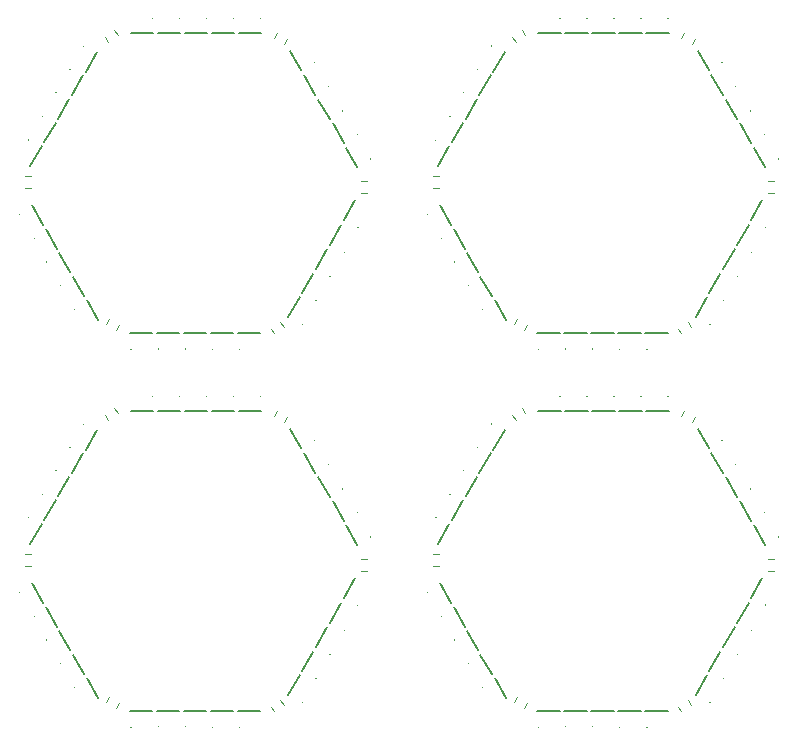
<source format=gbr>
G04 CAM350 V9.5.1 (Build 211) Date:  Sun Feb 09 09:32:50 2025 *
G04 Database: G:\2025-02-01  ºÏÆ´  ºÚÄ¤\2025-02-01-116\1.cam *
G04 Layer 1: GTO *
%FSLAX35Y35*%
%MOIN*%
%SFA1.000B1.000*%

%MIA0B0*%
%IPPOS*%
%ADD53C,0.00300*%
%ADD79C,0.00787*%
%ADD80C,0.00433*%
%LNGTO*%
%LPD*%
G54D53*
X100879Y32143D02*
G01X100776Y32217D01*
X121909Y40565D02*
G01X121794Y40513D01*
X126409Y48465D02*
G01X126294Y48413D01*
X131109Y56565D02*
G01X130994Y56513D01*
X135809Y64565D02*
G01X135694Y64513D01*
X140381Y72923D02*
G01X140266Y72871D01*
X144558Y95664D02*
G01X144545Y95539D01*
X140058Y103764D02*
G01X140045Y103639D01*
X135258Y111664D02*
G01X135246Y111539D01*
X130494Y119798D02*
G01X130481Y119672D01*
X125858Y127864D02*
G01X125846Y127739D01*
X91853Y32143D02*
G01X91751Y32217D01*
X107821Y142516D02*
G01X107924Y142442D01*
X98821Y142516D02*
G01X98924Y142442D01*
X89821Y142516D02*
G01X89924Y142442D01*
X80821Y142516D02*
G01X80924Y142442D01*
X71821Y142516D02*
G01X71924Y142442D01*
X48948Y133220D02*
G01X49063Y133271D01*
X44248Y125520D02*
G01X44363Y125571D01*
X39648Y117620D02*
G01X39763Y117671D01*
X35084Y109807D02*
G01X35199Y109859D01*
X30448Y101919D02*
G01X30563Y101971D01*
X27663Y77087D02*
G01X27676Y77212D01*
X32363Y69087D02*
G01X32375Y69212D01*
X36663Y61187D02*
G01X36676Y61312D01*
X41263Y53287D02*
G01X41275Y53412D01*
X45998Y45420D02*
G01X46011Y45546D01*
X64779Y32143D02*
G01X64676Y32217D01*
X73804Y32243D02*
G01X73701Y32317D01*
X82828Y32243D02*
G01X82726Y32317D01*
G54D79*
X100485Y37261D02*
G01X107965D01*
X117279Y42783D02*
G01X121019Y49261D01*
X121779Y50683D02*
G01X125520Y57161D01*
X126479Y58783D02*
G01X130219Y65261D01*
X131179Y66783D02*
G01X134920Y73261D01*
X135751Y75141D02*
G01X139491Y81619D01*
X136583Y99242D02*
G01X140323Y92764D01*
X132082Y107342D02*
G01X135823Y100864D01*
X127283Y115242D02*
G01X131023Y108764D01*
X122518Y123376D02*
G01X126258Y116898D01*
X117883Y131442D02*
G01X121623Y124964D01*
X91460Y37261D02*
G01X98940D01*
X100735Y137398D02*
G01X108215D01*
X91735D02*
G01X99215D01*
X82735D02*
G01X90215D01*
X73735D02*
G01X81215D01*
X64735D02*
G01X72215D01*
X49837Y124523D02*
G01X53577Y131001D01*
X45137Y116823D02*
G01X48877Y123301D01*
X40537Y108923D02*
G01X44277Y115401D01*
X35973Y101111D02*
G01X39713Y107589D01*
X31337Y93223D02*
G01X35077Y99701D01*
X31898Y79987D02*
G01X35638Y73509D01*
X36598Y71987D02*
G01X40339Y65509D01*
X40898Y64087D02*
G01X44638Y57609D01*
X45498Y56187D02*
G01X49238Y49709D01*
X50234Y48320D02*
G01X53974Y41842D01*
X64385Y37261D02*
G01X71865D01*
X73410Y37361D02*
G01X80890D01*
X82435D02*
G01X89915D01*
G54D80*
X56595Y40484D02*
G01X57579Y42189D01*
X60005Y38516D02*
G01X60989Y40220D01*
X111358Y38883D02*
G01X112487Y37271D01*
X114583Y41142D02*
G01X115712Y39529D01*
X29628Y89669D02*
G01X31597D01*
X29628Y85732D02*
G01X31597D01*
X59312Y138329D02*
G01X60442Y136717D01*
X56087Y136071D02*
G01X57217Y134458D01*
X115920Y133711D02*
G01X116905Y135416D01*
X112511Y135679D02*
G01X113495Y137384D01*
X141431Y84131D02*
G01X143400D01*
X141431Y88068D02*
G01X143400D01*
G54D53*
X236706Y32143D02*
G01X236603Y32217D01*
X257736Y40565D02*
G01X257621Y40513D01*
X262236Y48465D02*
G01X262121Y48413D01*
X266936Y56565D02*
G01X266821Y56513D01*
X271636Y64565D02*
G01X271521Y64513D01*
X276208Y72923D02*
G01X276093Y72871D01*
X280385Y95664D02*
G01X280372Y95539D01*
X275885Y103764D02*
G01X275872Y103639D01*
X271085Y111664D02*
G01X271073Y111539D01*
X266321Y119798D02*
G01X266308Y119672D01*
X261685Y127864D02*
G01X261673Y127739D01*
X227680Y32143D02*
G01X227578Y32217D01*
X243648Y142516D02*
G01X243751Y142442D01*
X234648Y142516D02*
G01X234751Y142442D01*
X225648Y142516D02*
G01X225751Y142442D01*
X216648Y142516D02*
G01X216751Y142442D01*
X207648Y142516D02*
G01X207751Y142442D01*
X184775Y133220D02*
G01X184890Y133271D01*
X180075Y125520D02*
G01X180190Y125571D01*
X175475Y117620D02*
G01X175590Y117671D01*
X170911Y109807D02*
G01X171026Y109859D01*
X166275Y101919D02*
G01X166390Y101971D01*
X163490Y77087D02*
G01X163503Y77212D01*
X168190Y69087D02*
G01X168202Y69212D01*
X172490Y61187D02*
G01X172503Y61312D01*
X177090Y53287D02*
G01X177102Y53412D01*
X181825Y45420D02*
G01X181838Y45546D01*
X200606Y32143D02*
G01X200503Y32217D01*
X209631Y32243D02*
G01X209528Y32317D01*
X218655Y32243D02*
G01X218553Y32317D01*
G54D79*
X236312Y37261D02*
G01X243792D01*
X253106Y42783D02*
G01X256846Y49261D01*
X257606Y50683D02*
G01X261347Y57161D01*
X262306Y58783D02*
G01X266046Y65261D01*
X267006Y66783D02*
G01X270747Y73261D01*
X271578Y75141D02*
G01X275318Y81619D01*
X272410Y99242D02*
G01X276150Y92764D01*
X267909Y107342D02*
G01X271650Y100864D01*
X263110Y115242D02*
G01X266850Y108764D01*
X258345Y123376D02*
G01X262085Y116898D01*
X253710Y131442D02*
G01X257450Y124964D01*
X227287Y37261D02*
G01X234767D01*
X236562Y137398D02*
G01X244042D01*
X227562D02*
G01X235042D01*
X218562D02*
G01X226042D01*
X209562D02*
G01X217042D01*
X200562D02*
G01X208042D01*
X185664Y124523D02*
G01X189404Y131001D01*
X180964Y116823D02*
G01X184704Y123301D01*
X176364Y108923D02*
G01X180104Y115401D01*
X171800Y101111D02*
G01X175540Y107589D01*
X167164Y93223D02*
G01X170904Y99701D01*
X167725Y79987D02*
G01X171465Y73509D01*
X172425Y71987D02*
G01X176166Y65509D01*
X176725Y64087D02*
G01X180465Y57609D01*
X181325Y56187D02*
G01X185065Y49709D01*
X186061Y48320D02*
G01X189801Y41842D01*
X200212Y37261D02*
G01X207692D01*
X209237Y37361D02*
G01X216717D01*
X218262D02*
G01X225742D01*
G54D80*
X192422Y40484D02*
G01X193406Y42189D01*
X195832Y38516D02*
G01X196816Y40220D01*
X247185Y38883D02*
G01X248314Y37271D01*
X250410Y41142D02*
G01X251539Y39529D01*
X165455Y89669D02*
G01X167424D01*
X165455Y85732D02*
G01X167424D01*
X195139Y138329D02*
G01X196269Y136717D01*
X191914Y136071D02*
G01X193044Y134458D01*
X251747Y133711D02*
G01X252732Y135416D01*
X248338Y135679D02*
G01X249322Y137384D01*
X277258Y84131D02*
G01X279227D01*
X277258Y88068D02*
G01X279227D01*
G54D53*
X100879Y158127D02*
G01X100776Y158201D01*
X121909Y166549D02*
G01X121794Y166497D01*
X126409Y174449D02*
G01X126294Y174397D01*
X131109Y182549D02*
G01X130994Y182497D01*
X135809Y190549D02*
G01X135694Y190497D01*
X140381Y198907D02*
G01X140266Y198855D01*
X144558Y221648D02*
G01X144545Y221523D01*
X140058Y229748D02*
G01X140045Y229623D01*
X135258Y237648D02*
G01X135246Y237523D01*
X130494Y245782D02*
G01X130481Y245656D01*
X125858Y253848D02*
G01X125846Y253723D01*
X91853Y158127D02*
G01X91751Y158201D01*
X107821Y268500D02*
G01X107924Y268426D01*
X98821Y268500D02*
G01X98924Y268426D01*
X89821Y268500D02*
G01X89924Y268426D01*
X80821Y268500D02*
G01X80924Y268426D01*
X71821Y268500D02*
G01X71924Y268426D01*
X48948Y259204D02*
G01X49063Y259255D01*
X44248Y251504D02*
G01X44363Y251555D01*
X39648Y243604D02*
G01X39763Y243655D01*
X35084Y235791D02*
G01X35199Y235843D01*
X30448Y227903D02*
G01X30563Y227955D01*
X27663Y203071D02*
G01X27676Y203196D01*
X32363Y195071D02*
G01X32375Y195196D01*
X36663Y187171D02*
G01X36676Y187296D01*
X41263Y179271D02*
G01X41275Y179396D01*
X45998Y171404D02*
G01X46011Y171530D01*
X64779Y158127D02*
G01X64676Y158201D01*
X73804Y158227D02*
G01X73701Y158301D01*
X82828Y158227D02*
G01X82726Y158301D01*
G54D79*
X100485Y163245D02*
G01X107965D01*
X117279Y168767D02*
G01X121019Y175245D01*
X121779Y176667D02*
G01X125520Y183145D01*
X126479Y184767D02*
G01X130219Y191245D01*
X131179Y192767D02*
G01X134920Y199245D01*
X135751Y201125D02*
G01X139491Y207603D01*
X136583Y225226D02*
G01X140323Y218748D01*
X132082Y233326D02*
G01X135823Y226848D01*
X127283Y241226D02*
G01X131023Y234748D01*
X122518Y249360D02*
G01X126258Y242882D01*
X117883Y257426D02*
G01X121623Y250948D01*
X91460Y163245D02*
G01X98940D01*
X100735Y263382D02*
G01X108215D01*
X91735D02*
G01X99215D01*
X82735D02*
G01X90215D01*
X73735D02*
G01X81215D01*
X64735D02*
G01X72215D01*
X49837Y250507D02*
G01X53577Y256985D01*
X45137Y242807D02*
G01X48877Y249285D01*
X40537Y234907D02*
G01X44277Y241385D01*
X35973Y227095D02*
G01X39713Y233573D01*
X31337Y219207D02*
G01X35077Y225685D01*
X31898Y205971D02*
G01X35638Y199493D01*
X36598Y197971D02*
G01X40339Y191493D01*
X40898Y190071D02*
G01X44638Y183593D01*
X45498Y182171D02*
G01X49238Y175693D01*
X50234Y174304D02*
G01X53974Y167826D01*
X64385Y163245D02*
G01X71865D01*
X73410Y163345D02*
G01X80890D01*
X82435D02*
G01X89915D01*
G54D80*
X56595Y166468D02*
G01X57579Y168173D01*
X60005Y164500D02*
G01X60989Y166204D01*
X111358Y164867D02*
G01X112487Y163255D01*
X114583Y167126D02*
G01X115712Y165513D01*
X29628Y215653D02*
G01X31597D01*
X29628Y211716D02*
G01X31597D01*
X59312Y264313D02*
G01X60442Y262701D01*
X56087Y262055D02*
G01X57217Y260442D01*
X115920Y259695D02*
G01X116905Y261400D01*
X112511Y261663D02*
G01X113495Y263368D01*
X141431Y210115D02*
G01X143400D01*
X141431Y214052D02*
G01X143400D01*
G54D53*
X236706Y158127D02*
G01X236603Y158201D01*
X257736Y166549D02*
G01X257621Y166497D01*
X262236Y174449D02*
G01X262121Y174397D01*
X266936Y182549D02*
G01X266821Y182497D01*
X271636Y190549D02*
G01X271521Y190497D01*
X276208Y198907D02*
G01X276093Y198855D01*
X280385Y221648D02*
G01X280372Y221523D01*
X275885Y229748D02*
G01X275872Y229623D01*
X271085Y237648D02*
G01X271073Y237523D01*
X266321Y245782D02*
G01X266308Y245656D01*
X261685Y253848D02*
G01X261673Y253723D01*
X227680Y158127D02*
G01X227578Y158201D01*
X243648Y268500D02*
G01X243751Y268426D01*
X234648Y268500D02*
G01X234751Y268426D01*
X225648Y268500D02*
G01X225751Y268426D01*
X216648Y268500D02*
G01X216751Y268426D01*
X207648Y268500D02*
G01X207751Y268426D01*
X184775Y259204D02*
G01X184890Y259255D01*
X180075Y251504D02*
G01X180190Y251555D01*
X175475Y243604D02*
G01X175590Y243655D01*
X170911Y235791D02*
G01X171026Y235843D01*
X166275Y227903D02*
G01X166390Y227955D01*
X163490Y203071D02*
G01X163503Y203196D01*
X168190Y195071D02*
G01X168202Y195196D01*
X172490Y187171D02*
G01X172503Y187296D01*
X177090Y179271D02*
G01X177102Y179396D01*
X181825Y171404D02*
G01X181838Y171530D01*
X200606Y158127D02*
G01X200503Y158201D01*
X209631Y158227D02*
G01X209528Y158301D01*
X218655Y158227D02*
G01X218553Y158301D01*
G54D79*
X236312Y163245D02*
G01X243792D01*
X253106Y168767D02*
G01X256846Y175245D01*
X257606Y176667D02*
G01X261347Y183145D01*
X262306Y184767D02*
G01X266046Y191245D01*
X267006Y192767D02*
G01X270747Y199245D01*
X271578Y201125D02*
G01X275318Y207603D01*
X272410Y225226D02*
G01X276150Y218748D01*
X267909Y233326D02*
G01X271650Y226848D01*
X263110Y241226D02*
G01X266850Y234748D01*
X258345Y249360D02*
G01X262085Y242882D01*
X253710Y257426D02*
G01X257450Y250948D01*
X227287Y163245D02*
G01X234767D01*
X236562Y263382D02*
G01X244042D01*
X227562D02*
G01X235042D01*
X218562D02*
G01X226042D01*
X209562D02*
G01X217042D01*
X200562D02*
G01X208042D01*
X185664Y250507D02*
G01X189404Y256985D01*
X180964Y242807D02*
G01X184704Y249285D01*
X176364Y234907D02*
G01X180104Y241385D01*
X171800Y227095D02*
G01X175540Y233573D01*
X167164Y219207D02*
G01X170904Y225685D01*
X167725Y205971D02*
G01X171465Y199493D01*
X172425Y197971D02*
G01X176166Y191493D01*
X176725Y190071D02*
G01X180465Y183593D01*
X181325Y182171D02*
G01X185065Y175693D01*
X186061Y174304D02*
G01X189801Y167826D01*
X200212Y163245D02*
G01X207692D01*
X209237Y163345D02*
G01X216717D01*
X218262D02*
G01X225742D01*
G54D80*
X192422Y166468D02*
G01X193406Y168173D01*
X195832Y164500D02*
G01X196816Y166204D01*
X247185Y164867D02*
G01X248314Y163255D01*
X250410Y167126D02*
G01X251539Y165513D01*
X165455Y215653D02*
G01X167424D01*
X165455Y211716D02*
G01X167424D01*
X195139Y264313D02*
G01X196269Y262701D01*
X191914Y262055D02*
G01X193044Y260442D01*
X251747Y259695D02*
G01X252732Y261400D01*
X248338Y261663D02*
G01X249322Y263368D01*
X277258Y210115D02*
G01X279227D01*
X277258Y214052D02*
G01X279227D01*
M02*

</source>
